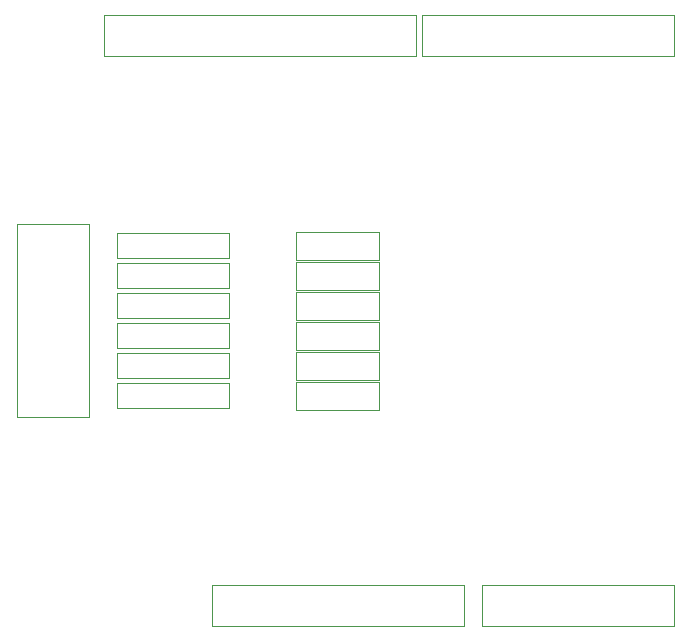
<source format=gbr>
%TF.GenerationSoftware,KiCad,Pcbnew,5.1.6-c6e7f7d~87~ubuntu18.04.1*%
%TF.CreationDate,2020-08-09T15:00:25+02:00*%
%TF.ProjectId,uno-analog-input,756e6f2d-616e-4616-9c6f-672d696e7075,rev?*%
%TF.SameCoordinates,PX69db1f0PY7882d48*%
%TF.FileFunction,Other,User*%
%FSLAX46Y46*%
G04 Gerber Fmt 4.6, Leading zero omitted, Abs format (unit mm)*
G04 Created by KiCad (PCBNEW 5.1.6-c6e7f7d~87~ubuntu18.04.1) date 2020-08-09 15:00:25*
%MOMM*%
%LPD*%
G01*
G04 APERTURE LIST*
%ADD10C,0.050000*%
G04 APERTURE END LIST*
D10*
%TO.C,P1*%
X26190000Y4290000D02*
X26190000Y790000D01*
X47490000Y4290000D02*
X47490000Y790000D01*
X26190000Y4290000D02*
X47490000Y4290000D01*
X26190000Y790000D02*
X47490000Y790000D01*
%TO.C,P2*%
X49050000Y4290000D02*
X49050000Y790000D01*
X65250000Y4290000D02*
X65250000Y790000D01*
X49050000Y4290000D02*
X65250000Y4290000D01*
X49050000Y790000D02*
X65250000Y790000D01*
%TO.C,P3*%
X17046000Y52550000D02*
X17046000Y49050000D01*
X43446000Y52550000D02*
X43446000Y49050000D01*
X17046000Y52550000D02*
X43446000Y52550000D01*
X17046000Y49050000D02*
X43446000Y49050000D01*
%TO.C,P4*%
X43970000Y52550000D02*
X43970000Y49050000D01*
X65270000Y52550000D02*
X65270000Y49050000D01*
X43970000Y52550000D02*
X65270000Y52550000D01*
X43970000Y49050000D02*
X65270000Y49050000D01*
%TO.C,C1*%
X33240000Y34220000D02*
X33240000Y31820000D01*
X33240000Y31820000D02*
X40340000Y31820000D01*
X40340000Y31820000D02*
X40340000Y34220000D01*
X40340000Y34220000D02*
X33240000Y34220000D01*
%TO.C,C2*%
X40340000Y31680000D02*
X33240000Y31680000D01*
X40340000Y29280000D02*
X40340000Y31680000D01*
X33240000Y29280000D02*
X40340000Y29280000D01*
X33240000Y31680000D02*
X33240000Y29280000D01*
%TO.C,C3*%
X33240000Y29140000D02*
X33240000Y26740000D01*
X33240000Y26740000D02*
X40340000Y26740000D01*
X40340000Y26740000D02*
X40340000Y29140000D01*
X40340000Y29140000D02*
X33240000Y29140000D01*
%TO.C,C4*%
X40340000Y26600000D02*
X33240000Y26600000D01*
X40340000Y24200000D02*
X40340000Y26600000D01*
X33240000Y24200000D02*
X40340000Y24200000D01*
X33240000Y26600000D02*
X33240000Y24200000D01*
%TO.C,C5*%
X33240000Y24060000D02*
X33240000Y21660000D01*
X33240000Y21660000D02*
X40340000Y21660000D01*
X40340000Y21660000D02*
X40340000Y24060000D01*
X40340000Y24060000D02*
X33240000Y24060000D01*
%TO.C,C6*%
X40340000Y21520000D02*
X33240000Y21520000D01*
X40340000Y19120000D02*
X40340000Y21520000D01*
X33240000Y19120000D02*
X40340000Y19120000D01*
X33240000Y21520000D02*
X33240000Y19120000D01*
%TO.C,J1*%
X9630000Y34820000D02*
X9630000Y18520000D01*
X9630000Y18520000D02*
X15780000Y18520000D01*
X15780000Y18520000D02*
X15780000Y34820000D01*
X15780000Y34820000D02*
X9630000Y34820000D01*
%TO.C,R1*%
X18100000Y31970000D02*
X27620000Y31970000D01*
X18100000Y34070000D02*
X18100000Y31970000D01*
X27620000Y34070000D02*
X18100000Y34070000D01*
X27620000Y31970000D02*
X27620000Y34070000D01*
%TO.C,R2*%
X27620000Y29430000D02*
X27620000Y31530000D01*
X27620000Y31530000D02*
X18100000Y31530000D01*
X18100000Y31530000D02*
X18100000Y29430000D01*
X18100000Y29430000D02*
X27620000Y29430000D01*
%TO.C,R3*%
X18100000Y26890000D02*
X27620000Y26890000D01*
X18100000Y28990000D02*
X18100000Y26890000D01*
X27620000Y28990000D02*
X18100000Y28990000D01*
X27620000Y26890000D02*
X27620000Y28990000D01*
%TO.C,R4*%
X27620000Y24350000D02*
X27620000Y26450000D01*
X27620000Y26450000D02*
X18100000Y26450000D01*
X18100000Y26450000D02*
X18100000Y24350000D01*
X18100000Y24350000D02*
X27620000Y24350000D01*
%TO.C,R5*%
X18100000Y21810000D02*
X27620000Y21810000D01*
X18100000Y23910000D02*
X18100000Y21810000D01*
X27620000Y23910000D02*
X18100000Y23910000D01*
X27620000Y21810000D02*
X27620000Y23910000D01*
%TO.C,R6*%
X27620000Y19270000D02*
X27620000Y21370000D01*
X27620000Y21370000D02*
X18100000Y21370000D01*
X18100000Y21370000D02*
X18100000Y19270000D01*
X18100000Y19270000D02*
X27620000Y19270000D01*
%TD*%
M02*

</source>
